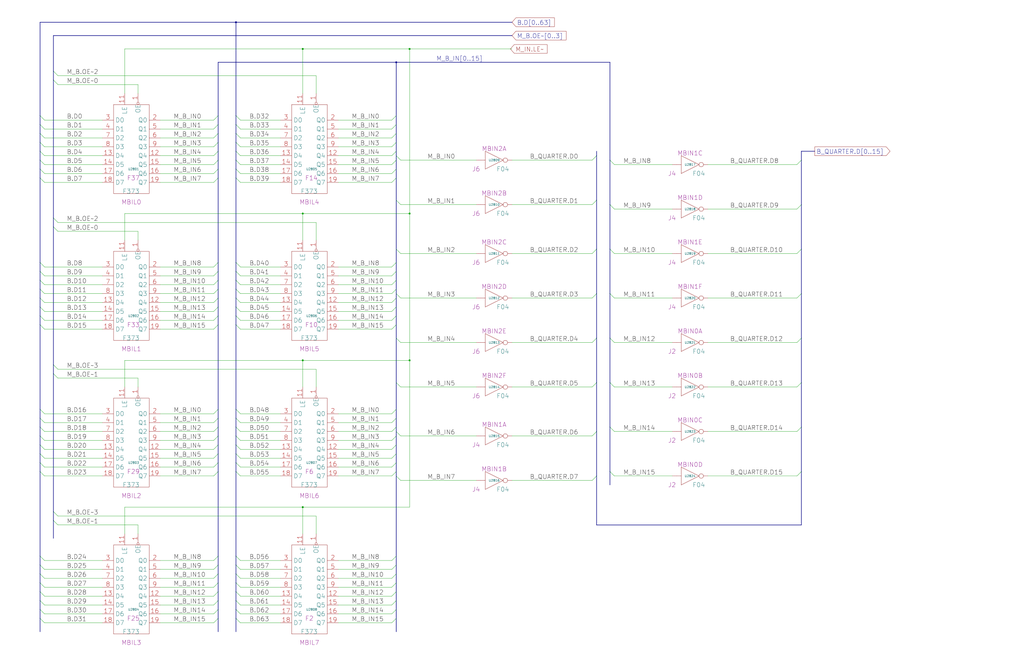
<source format=kicad_sch>
(kicad_sch (version 20230121) (generator eeschema)
  (paper "User" 584.2 378.46)
  (title_block (title "MULTIPLIER B INPUT LATCH") (date "22-MAR-90") (rev "1.0") (comment 1 "VALUE") (comment 2 "232-003063") (comment 3 "S400") (comment 4 "RELEASED"))
  (lib_symbols
    (symbol "r1000:F04" (pin_numbers hide) (pin_names hide)
      (property "Reference" "U" (at 0 0 0))
      (property "Value" "F04" (at 1.27 -5.08 0))
      (property "Location" "___" (at -12.7 -5.08 0))
      (property "Name" "______" (at 0 5.08 0))
      (symbol "F04_1_1"
        (pin input line (at -10.16 0 0) (length 2.54) (name "D0") (number "1"))
        (pin output line (at 10.16 0 180) (length 2.54) (name "Q") (number "2"))
      )
    )
    (symbol "r1000:F373" (pin_names (offset 1.016))
      (property "Reference" "U" (at 2.54 5.08 0))
      (property "Value" "F373" (at -3.81 -7.62 0))
      (property "Location" "___" (at -1.27 0 0))
      (property "Name" "______" (at 1.27 -15.24 0))
      (symbol "F373_1_1"
        (pin input line (at 5.08 48.26 270) (length 5.08) (name "OE") (number "1"))
        (pin input line (at -2.54 48.26 270) (length 6.35) (name "LE") (number "11"))
        (pin tri_state line (at 17.78 12.7 180) (length 6.35) (name "Q4") (number "12"))
        (pin input line (at -15.24 12.7 0) (length 6.35) (name "D4") (number "13"))
        (pin input line (at -15.24 7.62 0) (length 6.35) (name "D5") (number "14"))
        (pin tri_state line (at 17.78 7.62 180) (length 6.35) (name "Q5") (number "15"))
        (pin tri_state line (at 17.78 2.54 180) (length 6.35) (name "Q6") (number "16"))
        (pin input line (at -15.24 2.54 0) (length 6.35) (name "D6") (number "17"))
        (pin input line (at -15.24 -2.54 0) (length 6.35) (name "D7") (number "18"))
        (pin tri_state line (at 17.78 -2.54 180) (length 6.35) (name "Q7") (number "19"))
        (pin tri_state line (at 17.78 33.02 180) (length 6.35) (name "Q0") (number "2"))
        (pin input line (at -15.24 33.02 0) (length 6.35) (name "D0") (number "3"))
        (pin input line (at -15.24 27.94 0) (length 6.35) (name "D1") (number "4"))
        (pin tri_state line (at 17.78 27.94 180) (length 6.35) (name "Q1") (number "5"))
        (pin tri_state line (at 17.78 22.86 180) (length 6.35) (name "Q2") (number "6"))
        (pin input line (at -15.24 22.86 0) (length 6.35) (name "D2") (number "7"))
        (pin input line (at -15.24 17.78 0) (length 6.35) (name "D3") (number "8"))
        (pin tri_state line (at 17.78 17.78 180) (length 6.35) (name "Q3") (number "9"))
      )
    )
  )
  (junction (at 233.68 121.92))
  (junction (at 172.72 289.56))
  (junction (at 233.68 27.94))
  (junction (at 226.06 35.56))
  (junction (at 172.72 121.92))
  (junction (at 233.68 205.74))
  (junction (at 172.72 205.74))
  (junction (at 172.72 27.94))
  (junction (at 134.62 12.7))
  (bus_entry (at 226.06 193.04) (size 2.54 2.54))
  (bus_entry (at 22.86 101.6) (size 2.54 2.54))
  (bus_entry (at 226.06 246.38) (size 2.54 2.54))
  (bus_entry (at 124.46 353.06) (size -2.54 2.54))
  (bus_entry (at 226.06 238.76) (size -2.54 2.54))
  (bus_entry (at 134.62 322.58) (size 2.54 2.54))
  (bus_entry (at 226.06 180.34) (size -2.54 2.54))
  (bus_entry (at 124.46 149.86) (size -2.54 2.54))
  (bus_entry (at 134.62 96.52) (size 2.54 2.54))
  (bus_entry (at 134.62 233.68) (size 2.54 2.54))
  (bus_entry (at 30.48 213.36) (size 2.54 2.54))
  (bus_entry (at 226.06 81.28) (size -2.54 2.54))
  (bus_entry (at 124.46 264.16) (size -2.54 2.54))
  (bus_entry (at 124.46 180.34) (size -2.54 2.54))
  (bus_entry (at 124.46 327.66) (size -2.54 2.54))
  (bus_entry (at 124.46 91.44) (size -2.54 2.54))
  (bus_entry (at 134.62 327.66) (size 2.54 2.54))
  (bus_entry (at 30.48 208.28) (size 2.54 2.54))
  (bus_entry (at 134.62 101.6) (size 2.54 2.54))
  (bus_entry (at 340.36 167.64) (size -2.54 2.54))
  (bus_entry (at 30.48 40.64) (size 2.54 2.54))
  (bus_entry (at 226.06 149.86) (size -2.54 2.54))
  (bus_entry (at 22.86 149.86) (size 2.54 2.54))
  (bus_entry (at 226.06 248.92) (size -2.54 2.54))
  (bus_entry (at 124.46 243.84) (size -2.54 2.54))
  (bus_entry (at 226.06 76.2) (size -2.54 2.54))
  (bus_entry (at 134.62 332.74) (size 2.54 2.54))
  (bus_entry (at 22.86 96.52) (size 2.54 2.54))
  (bus_entry (at 124.46 337.82) (size -2.54 2.54))
  (bus_entry (at 134.62 185.42) (size 2.54 2.54))
  (bus_entry (at 22.86 259.08) (size 2.54 2.54))
  (bus_entry (at 226.06 71.12) (size -2.54 2.54))
  (bus_entry (at 30.48 292.1) (size 2.54 2.54))
  (bus_entry (at 134.62 353.06) (size 2.54 2.54))
  (bus_entry (at 347.98 167.64) (size 2.54 2.54))
  (bus_entry (at 226.06 175.26) (size -2.54 2.54))
  (bus_entry (at 124.46 342.9) (size -2.54 2.54))
  (bus_entry (at 124.46 165.1) (size -2.54 2.54))
  (bus_entry (at 22.86 180.34) (size 2.54 2.54))
  (bus_entry (at 124.46 269.24) (size -2.54 2.54))
  (bus_entry (at 22.86 347.98) (size 2.54 2.54))
  (bus_entry (at 457.2 193.04) (size -2.54 2.54))
  (bus_entry (at 347.98 142.24) (size 2.54 2.54))
  (bus_entry (at 134.62 248.92) (size 2.54 2.54))
  (bus_entry (at 457.2 269.24) (size -2.54 2.54))
  (bus_entry (at 22.86 154.94) (size 2.54 2.54))
  (bus_entry (at 134.62 238.76) (size 2.54 2.54))
  (bus_entry (at 457.2 116.84) (size -2.54 2.54))
  (bus_entry (at 134.62 254) (size 2.54 2.54))
  (bus_entry (at 22.86 353.06) (size 2.54 2.54))
  (bus_entry (at 347.98 218.44) (size 2.54 2.54))
  (bus_entry (at 22.86 269.24) (size 2.54 2.54))
  (bus_entry (at 226.06 269.24) (size -2.54 2.54))
  (bus_entry (at 134.62 347.98) (size 2.54 2.54))
  (bus_entry (at 226.06 91.44) (size -2.54 2.54))
  (bus_entry (at 134.62 76.2) (size 2.54 2.54))
  (bus_entry (at 134.62 170.18) (size 2.54 2.54))
  (bus_entry (at 22.86 337.82) (size 2.54 2.54))
  (bus_entry (at 124.46 96.52) (size -2.54 2.54))
  (bus_entry (at 226.06 254) (size -2.54 2.54))
  (bus_entry (at 226.06 322.58) (size -2.54 2.54))
  (bus_entry (at 22.86 317.5) (size 2.54 2.54))
  (bus_entry (at 134.62 337.82) (size 2.54 2.54))
  (bus_entry (at 22.86 170.18) (size 2.54 2.54))
  (bus_entry (at 226.06 218.44) (size 2.54 2.54))
  (bus_entry (at 226.06 259.08) (size -2.54 2.54))
  (bus_entry (at 22.86 233.68) (size 2.54 2.54))
  (bus_entry (at 226.06 96.52) (size -2.54 2.54))
  (bus_entry (at 457.2 91.44) (size -2.54 2.54))
  (bus_entry (at 340.36 114.3) (size -2.54 2.54))
  (bus_entry (at 226.06 170.18) (size -2.54 2.54))
  (bus_entry (at 226.06 317.5) (size -2.54 2.54))
  (bus_entry (at 457.2 243.84) (size -2.54 2.54))
  (bus_entry (at 22.86 165.1) (size 2.54 2.54))
  (bus_entry (at 226.06 243.84) (size -2.54 2.54))
  (bus_entry (at 22.86 327.66) (size 2.54 2.54))
  (bus_entry (at 347.98 243.84) (size 2.54 2.54))
  (bus_entry (at 124.46 170.18) (size -2.54 2.54))
  (bus_entry (at 22.86 342.9) (size 2.54 2.54))
  (bus_entry (at 134.62 71.12) (size 2.54 2.54))
  (bus_entry (at 22.86 264.16) (size 2.54 2.54))
  (bus_entry (at 226.06 88.9) (size 2.54 2.54))
  (bus_entry (at 134.62 160.02) (size 2.54 2.54))
  (bus_entry (at 22.86 86.36) (size 2.54 2.54))
  (bus_entry (at 226.06 167.64) (size 2.54 2.54))
  (bus_entry (at 124.46 317.5) (size -2.54 2.54))
  (bus_entry (at 30.48 124.46) (size 2.54 2.54))
  (bus_entry (at 226.06 142.24) (size 2.54 2.54))
  (bus_entry (at 124.46 254) (size -2.54 2.54))
  (bus_entry (at 134.62 342.9) (size 2.54 2.54))
  (bus_entry (at 124.46 347.98) (size -2.54 2.54))
  (bus_entry (at 124.46 322.58) (size -2.54 2.54))
  (bus_entry (at 226.06 342.9) (size -2.54 2.54))
  (bus_entry (at 30.48 129.54) (size 2.54 2.54))
  (bus_entry (at 134.62 81.28) (size 2.54 2.54))
  (bus_entry (at 226.06 337.82) (size -2.54 2.54))
  (bus_entry (at 134.62 86.36) (size 2.54 2.54))
  (bus_entry (at 124.46 66.04) (size -2.54 2.54))
  (bus_entry (at 226.06 160.02) (size -2.54 2.54))
  (bus_entry (at 124.46 332.74) (size -2.54 2.54))
  (bus_entry (at 22.86 332.74) (size 2.54 2.54))
  (bus_entry (at 457.2 218.44) (size -2.54 2.54))
  (bus_entry (at 124.46 248.92) (size -2.54 2.54))
  (bus_entry (at 124.46 86.36) (size -2.54 2.54))
  (bus_entry (at 30.48 297.18) (size 2.54 2.54))
  (bus_entry (at 340.36 193.04) (size -2.54 2.54))
  (bus_entry (at 124.46 175.26) (size -2.54 2.54))
  (bus_entry (at 134.62 91.44) (size 2.54 2.54))
  (bus_entry (at 22.86 238.76) (size 2.54 2.54))
  (bus_entry (at 226.06 165.1) (size -2.54 2.54))
  (bus_entry (at 22.86 254) (size 2.54 2.54))
  (bus_entry (at 22.86 248.92) (size 2.54 2.54))
  (bus_entry (at 134.62 165.1) (size 2.54 2.54))
  (bus_entry (at 22.86 91.44) (size 2.54 2.54))
  (bus_entry (at 134.62 264.16) (size 2.54 2.54))
  (bus_entry (at 124.46 101.6) (size -2.54 2.54))
  (bus_entry (at 134.62 317.5) (size 2.54 2.54))
  (bus_entry (at 124.46 185.42) (size -2.54 2.54))
  (bus_entry (at 226.06 114.3) (size 2.54 2.54))
  (bus_entry (at 226.06 154.94) (size -2.54 2.54))
  (bus_entry (at 226.06 233.68) (size -2.54 2.54))
  (bus_entry (at 226.06 353.06) (size -2.54 2.54))
  (bus_entry (at 134.62 180.34) (size 2.54 2.54))
  (bus_entry (at 124.46 81.28) (size -2.54 2.54))
  (bus_entry (at 226.06 185.42) (size -2.54 2.54))
  (bus_entry (at 457.2 142.24) (size -2.54 2.54))
  (bus_entry (at 124.46 71.12) (size -2.54 2.54))
  (bus_entry (at 124.46 160.02) (size -2.54 2.54))
  (bus_entry (at 134.62 149.86) (size 2.54 2.54))
  (bus_entry (at 134.62 175.26) (size 2.54 2.54))
  (bus_entry (at 22.86 71.12) (size 2.54 2.54))
  (bus_entry (at 134.62 66.04) (size 2.54 2.54))
  (bus_entry (at 340.36 271.78) (size -2.54 2.54))
  (bus_entry (at 226.06 271.78) (size 2.54 2.54))
  (bus_entry (at 22.86 66.04) (size 2.54 2.54))
  (bus_entry (at 124.46 76.2) (size -2.54 2.54))
  (bus_entry (at 22.86 76.2) (size 2.54 2.54))
  (bus_entry (at 226.06 347.98) (size -2.54 2.54))
  (bus_entry (at 457.2 167.64) (size -2.54 2.54))
  (bus_entry (at 22.86 322.58) (size 2.54 2.54))
  (bus_entry (at 124.46 259.08) (size -2.54 2.54))
  (bus_entry (at 134.62 269.24) (size 2.54 2.54))
  (bus_entry (at 226.06 101.6) (size -2.54 2.54))
  (bus_entry (at 226.06 327.66) (size -2.54 2.54))
  (bus_entry (at 226.06 332.74) (size -2.54 2.54))
  (bus_entry (at 22.86 243.84) (size 2.54 2.54))
  (bus_entry (at 134.62 259.08) (size 2.54 2.54))
  (bus_entry (at 347.98 91.44) (size 2.54 2.54))
  (bus_entry (at 124.46 233.68) (size -2.54 2.54))
  (bus_entry (at 22.86 81.28) (size 2.54 2.54))
  (bus_entry (at 340.36 218.44) (size -2.54 2.54))
  (bus_entry (at 347.98 116.84) (size 2.54 2.54))
  (bus_entry (at 30.48 45.72) (size 2.54 2.54))
  (bus_entry (at 124.46 238.76) (size -2.54 2.54))
  (bus_entry (at 340.36 88.9) (size -2.54 2.54))
  (bus_entry (at 226.06 86.36) (size -2.54 2.54))
  (bus_entry (at 22.86 175.26) (size 2.54 2.54))
  (bus_entry (at 22.86 160.02) (size 2.54 2.54))
  (bus_entry (at 134.62 243.84) (size 2.54 2.54))
  (bus_entry (at 22.86 185.42) (size 2.54 2.54))
  (bus_entry (at 340.36 246.38) (size -2.54 2.54))
  (bus_entry (at 347.98 269.24) (size 2.54 2.54))
  (bus_entry (at 134.62 154.94) (size 2.54 2.54))
  (bus_entry (at 226.06 66.04) (size -2.54 2.54))
  (bus_entry (at 340.36 142.24) (size -2.54 2.54))
  (bus_entry (at 347.98 193.04) (size 2.54 2.54))
  (bus_entry (at 226.06 264.16) (size -2.54 2.54))
  (bus_entry (at 124.46 154.94) (size -2.54 2.54))
  (bus (pts (xy 226.06 88.9) (xy 226.06 91.44)))
  (bus (pts (xy 124.46 269.24) (xy 124.46 317.5)))
  (bus (pts (xy 226.06 269.24) (xy 226.06 271.78)))
  (bus (pts (xy 340.36 86.36) (xy 340.36 88.9)))
  (bus (pts (xy 134.62 322.58) (xy 134.62 327.66)))
  (wire (pts (xy 25.4 68.58) (xy 58.42 68.58)))
  (bus (pts (xy 22.86 154.94) (xy 22.86 160.02)))
  (wire (pts (xy 33.02 215.9) (xy 78.74 215.9)))
  (wire (pts (xy 233.68 27.94) (xy 172.72 27.94)))
  (wire (pts (xy 91.44 99.06) (xy 121.92 99.06)))
  (bus (pts (xy 226.06 246.38) (xy 226.06 248.92)))
  (bus (pts (xy 124.46 91.44) (xy 124.46 96.52)))
  (bus (pts (xy 22.86 101.6) (xy 22.86 149.86)))
  (bus (pts (xy 340.36 88.9) (xy 340.36 114.3)))
  (bus (pts (xy 134.62 342.9) (xy 134.62 347.98)))
  (bus (pts (xy 134.62 332.74) (xy 134.62 337.82)))
  (wire (pts (xy 193.04 152.4) (xy 223.52 152.4)))
  (bus (pts (xy 124.46 154.94) (xy 124.46 160.02)))
  (bus (pts (xy 226.06 317.5) (xy 226.06 322.58)))
  (bus (pts (xy 457.2 269.24) (xy 457.2 299.72)))
  (bus (pts (xy 22.86 66.04) (xy 22.86 71.12)))
  (wire (pts (xy 25.4 355.6) (xy 58.42 355.6)))
  (bus (pts (xy 22.86 243.84) (xy 22.86 248.92)))
  (wire (pts (xy 193.04 246.38) (xy 223.52 246.38)))
  (wire (pts (xy 25.4 187.96) (xy 58.42 187.96)))
  (bus (pts (xy 226.06 347.98) (xy 226.06 353.06)))
  (wire (pts (xy 137.16 167.64) (xy 160.02 167.64)))
  (wire (pts (xy 91.44 182.88) (xy 121.92 182.88)))
  (bus (pts (xy 226.06 142.24) (xy 226.06 149.86)))
  (bus (pts (xy 134.62 269.24) (xy 134.62 317.5)))
  (wire (pts (xy 71.12 121.92) (xy 172.72 121.92)))
  (wire (pts (xy 172.72 289.56) (xy 172.72 304.8)))
  (bus (pts (xy 124.46 86.36) (xy 124.46 91.44)))
  (wire (pts (xy 350.52 271.78) (xy 383.54 271.78)))
  (wire (pts (xy 91.44 187.96) (xy 121.92 187.96)))
  (wire (pts (xy 193.04 83.82) (xy 223.52 83.82)))
  (wire (pts (xy 91.44 68.58) (xy 121.92 68.58)))
  (bus (pts (xy 226.06 91.44) (xy 226.06 96.52)))
  (bus (pts (xy 134.62 185.42) (xy 134.62 233.68)))
  (bus (pts (xy 134.62 91.44) (xy 134.62 96.52)))
  (wire (pts (xy 137.16 157.48) (xy 160.02 157.48)))
  (wire (pts (xy 193.04 88.9) (xy 223.52 88.9)))
  (bus (pts (xy 22.86 248.92) (xy 22.86 254)))
  (bus (pts (xy 226.06 167.64) (xy 226.06 170.18)))
  (bus (pts (xy 30.48 45.72) (xy 30.48 124.46)))
  (wire (pts (xy 91.44 355.6) (xy 121.92 355.6)))
  (bus (pts (xy 134.62 76.2) (xy 134.62 81.28)))
  (wire (pts (xy 193.04 99.06) (xy 223.52 99.06)))
  (wire (pts (xy 403.86 170.18) (xy 454.66 170.18)))
  (wire (pts (xy 25.4 266.7) (xy 58.42 266.7)))
  (bus (pts (xy 124.46 165.1) (xy 124.46 170.18)))
  (wire (pts (xy 292.1 170.18) (xy 337.82 170.18)))
  (bus (pts (xy 30.48 129.54) (xy 30.48 208.28)))
  (wire (pts (xy 33.02 294.64) (xy 180.34 294.64)))
  (bus (pts (xy 457.2 167.64) (xy 457.2 193.04)))
  (wire (pts (xy 193.04 350.52) (xy 223.52 350.52)))
  (bus (pts (xy 134.62 96.52) (xy 134.62 101.6)))
  (bus (pts (xy 22.86 160.02) (xy 22.86 165.1)))
  (wire (pts (xy 33.02 210.82) (xy 180.34 210.82)))
  (wire (pts (xy 193.04 104.14) (xy 223.52 104.14)))
  (wire (pts (xy 71.12 205.74) (xy 71.12 220.98)))
  (bus (pts (xy 124.46 96.52) (xy 124.46 101.6)))
  (wire (pts (xy 193.04 68.58) (xy 223.52 68.58)))
  (wire (pts (xy 25.4 99.06) (xy 58.42 99.06)))
  (bus (pts (xy 124.46 327.66) (xy 124.46 332.74)))
  (wire (pts (xy 193.04 187.96) (xy 223.52 187.96)))
  (bus (pts (xy 226.06 81.28) (xy 226.06 86.36)))
  (bus (pts (xy 22.86 353.06) (xy 22.86 360.68)))
  (bus (pts (xy 134.62 12.7) (xy 292.1 12.7)))
  (bus (pts (xy 134.62 86.36) (xy 134.62 91.44)))
  (wire (pts (xy 91.44 335.28) (xy 121.92 335.28)))
  (wire (pts (xy 228.6 144.78) (xy 271.78 144.78)))
  (wire (pts (xy 193.04 236.22) (xy 223.52 236.22)))
  (bus (pts (xy 30.48 20.32) (xy 292.1 20.32)))
  (wire (pts (xy 25.4 152.4) (xy 58.42 152.4)))
  (wire (pts (xy 172.72 205.74) (xy 172.72 220.98)))
  (wire (pts (xy 137.16 325.12) (xy 160.02 325.12)))
  (bus (pts (xy 22.86 327.66) (xy 22.86 332.74)))
  (bus (pts (xy 124.46 259.08) (xy 124.46 264.16)))
  (bus (pts (xy 22.86 81.28) (xy 22.86 86.36)))
  (bus (pts (xy 457.2 218.44) (xy 457.2 243.84)))
  (bus (pts (xy 226.06 180.34) (xy 226.06 185.42)))
  (bus (pts (xy 226.06 160.02) (xy 226.06 165.1)))
  (wire (pts (xy 193.04 320.04) (xy 223.52 320.04)))
  (bus (pts (xy 226.06 101.6) (xy 226.06 114.3)))
  (bus (pts (xy 22.86 71.12) (xy 22.86 76.2)))
  (wire (pts (xy 91.44 73.66) (xy 121.92 73.66)))
  (wire (pts (xy 33.02 48.26) (xy 78.74 48.26)))
  (wire (pts (xy 403.86 246.38) (xy 454.66 246.38)))
  (bus (pts (xy 124.46 71.12) (xy 124.46 76.2)))
  (bus (pts (xy 340.36 142.24) (xy 340.36 167.64)))
  (bus (pts (xy 347.98 35.56) (xy 347.98 91.44)))
  (wire (pts (xy 193.04 241.3) (xy 223.52 241.3)))
  (bus (pts (xy 457.2 243.84) (xy 457.2 269.24)))
  (wire (pts (xy 91.44 93.98) (xy 121.92 93.98)))
  (wire (pts (xy 350.52 220.98) (xy 383.54 220.98)))
  (bus (pts (xy 347.98 116.84) (xy 347.98 142.24)))
  (bus (pts (xy 347.98 167.64) (xy 347.98 193.04)))
  (wire (pts (xy 193.04 73.66) (xy 223.52 73.66)))
  (bus (pts (xy 134.62 154.94) (xy 134.62 160.02)))
  (wire (pts (xy 228.6 248.92) (xy 271.78 248.92)))
  (wire (pts (xy 78.74 48.26) (xy 78.74 53.34)))
  (wire (pts (xy 137.16 241.3) (xy 160.02 241.3)))
  (bus (pts (xy 226.06 96.52) (xy 226.06 101.6)))
  (wire (pts (xy 25.4 350.52) (xy 58.42 350.52)))
  (bus (pts (xy 22.86 96.52) (xy 22.86 101.6)))
  (wire (pts (xy 172.72 121.92) (xy 172.72 137.16)))
  (wire (pts (xy 137.16 104.14) (xy 160.02 104.14)))
  (bus (pts (xy 226.06 259.08) (xy 226.06 264.16)))
  (wire (pts (xy 71.12 121.92) (xy 71.12 137.16)))
  (wire (pts (xy 25.4 177.8) (xy 58.42 177.8)))
  (wire (pts (xy 33.02 132.08) (xy 78.74 132.08)))
  (bus (pts (xy 22.86 12.7) (xy 22.86 66.04)))
  (bus (pts (xy 134.62 238.76) (xy 134.62 243.84)))
  (wire (pts (xy 350.52 93.98) (xy 383.54 93.98)))
  (wire (pts (xy 91.44 167.64) (xy 121.92 167.64)))
  (bus (pts (xy 226.06 243.84) (xy 226.06 246.38)))
  (wire (pts (xy 137.16 330.2) (xy 160.02 330.2)))
  (wire (pts (xy 180.34 210.82) (xy 180.34 220.98)))
  (bus (pts (xy 124.46 76.2) (xy 124.46 81.28)))
  (bus (pts (xy 134.62 165.1) (xy 134.62 170.18)))
  (bus (pts (xy 124.46 170.18) (xy 124.46 175.26)))
  (wire (pts (xy 193.04 345.44) (xy 223.52 345.44)))
  (bus (pts (xy 134.62 175.26) (xy 134.62 180.34)))
  (wire (pts (xy 91.44 241.3) (xy 121.92 241.3)))
  (wire (pts (xy 91.44 340.36) (xy 121.92 340.36)))
  (bus (pts (xy 22.86 347.98) (xy 22.86 353.06)))
  (bus (pts (xy 134.62 264.16) (xy 134.62 269.24)))
  (wire (pts (xy 228.6 195.58) (xy 271.78 195.58)))
  (wire (pts (xy 91.44 88.9) (xy 121.92 88.9)))
  (bus (pts (xy 30.48 40.64) (xy 30.48 45.72)))
  (bus (pts (xy 22.86 269.24) (xy 22.86 317.5)))
  (bus (pts (xy 124.46 238.76) (xy 124.46 243.84)))
  (wire (pts (xy 25.4 73.66) (xy 58.42 73.66)))
  (wire (pts (xy 25.4 172.72) (xy 58.42 172.72)))
  (wire (pts (xy 193.04 325.12) (xy 223.52 325.12)))
  (bus (pts (xy 226.06 218.44) (xy 226.06 233.68)))
  (bus (pts (xy 124.46 160.02) (xy 124.46 165.1)))
  (wire (pts (xy 172.72 27.94) (xy 71.12 27.94)))
  (wire (pts (xy 292.1 195.58) (xy 337.82 195.58)))
  (bus (pts (xy 22.86 91.44) (xy 22.86 96.52)))
  (wire (pts (xy 137.16 93.98) (xy 160.02 93.98)))
  (wire (pts (xy 91.44 256.54) (xy 121.92 256.54)))
  (wire (pts (xy 228.6 170.18) (xy 271.78 170.18)))
  (wire (pts (xy 91.44 157.48) (xy 121.92 157.48)))
  (bus (pts (xy 226.06 66.04) (xy 226.06 71.12)))
  (bus (pts (xy 22.86 170.18) (xy 22.86 175.26)))
  (wire (pts (xy 25.4 271.78) (xy 58.42 271.78)))
  (bus (pts (xy 347.98 91.44) (xy 347.98 116.84)))
  (bus (pts (xy 134.62 180.34) (xy 134.62 185.42)))
  (bus (pts (xy 22.86 76.2) (xy 22.86 81.28)))
  (wire (pts (xy 25.4 340.36) (xy 58.42 340.36)))
  (bus (pts (xy 226.06 185.42) (xy 226.06 193.04)))
  (wire (pts (xy 71.12 289.56) (xy 71.12 304.8)))
  (bus (pts (xy 134.62 233.68) (xy 134.62 238.76)))
  (bus (pts (xy 226.06 327.66) (xy 226.06 332.74)))
  (bus (pts (xy 226.06 254) (xy 226.06 259.08)))
  (wire (pts (xy 71.12 205.74) (xy 172.72 205.74)))
  (bus (pts (xy 22.86 317.5) (xy 22.86 322.58)))
  (wire (pts (xy 228.6 274.32) (xy 271.78 274.32)))
  (wire (pts (xy 193.04 182.88) (xy 223.52 182.88)))
  (bus (pts (xy 124.46 66.04) (xy 124.46 71.12)))
  (bus (pts (xy 134.62 347.98) (xy 134.62 353.06)))
  (bus (pts (xy 457.2 91.44) (xy 457.2 116.84)))
  (bus (pts (xy 30.48 124.46) (xy 30.48 129.54)))
  (bus (pts (xy 226.06 149.86) (xy 226.06 154.94)))
  (wire (pts (xy 91.44 78.74) (xy 121.92 78.74)))
  (wire (pts (xy 137.16 99.06) (xy 160.02 99.06)))
  (bus (pts (xy 226.06 342.9) (xy 226.06 347.98)))
  (bus (pts (xy 30.48 297.18) (xy 30.48 307.34)))
  (bus (pts (xy 457.2 142.24) (xy 457.2 167.64)))
  (wire (pts (xy 193.04 355.6) (xy 223.52 355.6)))
  (bus (pts (xy 124.46 342.9) (xy 124.46 347.98)))
  (wire (pts (xy 172.72 27.94) (xy 172.72 53.34)))
  (wire (pts (xy 292.1 220.98) (xy 337.82 220.98)))
  (wire (pts (xy 25.4 241.3) (xy 58.42 241.3)))
  (bus (pts (xy 340.36 271.78) (xy 340.36 299.72)))
  (bus (pts (xy 134.62 71.12) (xy 134.62 76.2)))
  (wire (pts (xy 91.44 172.72) (xy 121.92 172.72)))
  (bus (pts (xy 226.06 175.26) (xy 226.06 180.34)))
  (wire (pts (xy 137.16 246.38) (xy 160.02 246.38)))
  (wire (pts (xy 193.04 330.2) (xy 223.52 330.2)))
  (bus (pts (xy 226.06 337.82) (xy 226.06 342.9)))
  (wire (pts (xy 193.04 162.56) (xy 223.52 162.56)))
  (bus (pts (xy 124.46 185.42) (xy 124.46 233.68)))
  (bus (pts (xy 457.2 86.36) (xy 457.2 91.44)))
  (bus (pts (xy 124.46 317.5) (xy 124.46 322.58)))
  (wire (pts (xy 193.04 256.54) (xy 223.52 256.54)))
  (bus (pts (xy 124.46 35.56) (xy 124.46 66.04)))
  (wire (pts (xy 193.04 93.98) (xy 223.52 93.98)))
  (wire (pts (xy 350.52 195.58) (xy 383.54 195.58)))
  (bus (pts (xy 22.86 238.76) (xy 22.86 243.84)))
  (bus (pts (xy 226.06 170.18) (xy 226.06 175.26)))
  (wire (pts (xy 25.4 335.28) (xy 58.42 335.28)))
  (bus (pts (xy 124.46 264.16) (xy 124.46 269.24)))
  (bus (pts (xy 134.62 170.18) (xy 134.62 175.26)))
  (bus (pts (xy 124.46 101.6) (xy 124.46 149.86)))
  (wire (pts (xy 91.44 350.52) (xy 121.92 350.52)))
  (bus (pts (xy 124.46 233.68) (xy 124.46 238.76)))
  (bus (pts (xy 340.36 246.38) (xy 340.36 271.78)))
  (wire (pts (xy 137.16 172.72) (xy 160.02 172.72)))
  (bus (pts (xy 22.86 259.08) (xy 22.86 264.16)))
  (bus (pts (xy 340.36 299.72) (xy 457.2 299.72)))
  (wire (pts (xy 292.1 248.92) (xy 337.82 248.92)))
  (wire (pts (xy 91.44 246.38) (xy 121.92 246.38)))
  (wire (pts (xy 193.04 261.62) (xy 223.52 261.62)))
  (wire (pts (xy 228.6 116.84) (xy 271.78 116.84)))
  (bus (pts (xy 22.86 185.42) (xy 22.86 233.68)))
  (bus (pts (xy 226.06 35.56) (xy 226.06 66.04)))
  (wire (pts (xy 180.34 294.64) (xy 180.34 304.8)))
  (wire (pts (xy 137.16 78.74) (xy 160.02 78.74)))
  (wire (pts (xy 91.44 104.14) (xy 121.92 104.14)))
  (wire (pts (xy 180.34 43.18) (xy 180.34 53.34)))
  (bus (pts (xy 134.62 149.86) (xy 134.62 154.94)))
  (wire (pts (xy 137.16 345.44) (xy 160.02 345.44)))
  (bus (pts (xy 347.98 218.44) (xy 347.98 243.84)))
  (bus (pts (xy 134.62 317.5) (xy 134.62 322.58)))
  (wire (pts (xy 137.16 335.28) (xy 160.02 335.28)))
  (wire (pts (xy 91.44 177.8) (xy 121.92 177.8)))
  (bus (pts (xy 347.98 193.04) (xy 347.98 218.44)))
  (wire (pts (xy 137.16 271.78) (xy 160.02 271.78)))
  (bus (pts (xy 30.48 213.36) (xy 30.48 292.1)))
  (wire (pts (xy 71.12 289.56) (xy 172.72 289.56)))
  (wire (pts (xy 193.04 78.74) (xy 223.52 78.74)))
  (bus (pts (xy 124.46 180.34) (xy 124.46 185.42)))
  (wire (pts (xy 25.4 157.48) (xy 58.42 157.48)))
  (bus (pts (xy 124.46 332.74) (xy 124.46 337.82)))
  (bus (pts (xy 22.86 165.1) (xy 22.86 170.18)))
  (bus (pts (xy 134.62 160.02) (xy 134.62 165.1)))
  (bus (pts (xy 226.06 35.56) (xy 347.98 35.56)))
  (wire (pts (xy 137.16 182.88) (xy 160.02 182.88)))
  (bus (pts (xy 340.36 193.04) (xy 340.36 218.44)))
  (wire (pts (xy 403.86 119.38) (xy 454.66 119.38)))
  (wire (pts (xy 33.02 43.18) (xy 180.34 43.18)))
  (bus (pts (xy 226.06 238.76) (xy 226.06 243.84)))
  (bus (pts (xy 226.06 71.12) (xy 226.06 76.2)))
  (wire (pts (xy 137.16 83.82) (xy 160.02 83.82)))
  (wire (pts (xy 292.1 144.78) (xy 337.82 144.78)))
  (bus (pts (xy 22.86 180.34) (xy 22.86 185.42)))
  (bus (pts (xy 124.46 248.92) (xy 124.46 254)))
  (wire (pts (xy 91.44 345.44) (xy 121.92 345.44)))
  (wire (pts (xy 91.44 236.22) (xy 121.92 236.22)))
  (wire (pts (xy 25.4 236.22) (xy 58.42 236.22)))
  (wire (pts (xy 25.4 104.14) (xy 58.42 104.14)))
  (bus (pts (xy 22.86 337.82) (xy 22.86 342.9)))
  (wire (pts (xy 25.4 320.04) (xy 58.42 320.04)))
  (bus (pts (xy 134.62 327.66) (xy 134.62 332.74)))
  (wire (pts (xy 193.04 271.78) (xy 223.52 271.78)))
  (wire (pts (xy 233.68 205.74) (xy 233.68 121.92)))
  (bus (pts (xy 22.86 12.7) (xy 134.62 12.7)))
  (bus (pts (xy 226.06 114.3) (xy 226.06 142.24)))
  (wire (pts (xy 25.4 261.62) (xy 58.42 261.62)))
  (bus (pts (xy 134.62 243.84) (xy 134.62 248.92)))
  (bus (pts (xy 226.06 264.16) (xy 226.06 269.24)))
  (wire (pts (xy 193.04 251.46) (xy 223.52 251.46)))
  (bus (pts (xy 347.98 142.24) (xy 347.98 167.64)))
  (wire (pts (xy 193.04 167.64) (xy 223.52 167.64)))
  (wire (pts (xy 78.74 215.9) (xy 78.74 220.98)))
  (wire (pts (xy 25.4 93.98) (xy 58.42 93.98)))
  (wire (pts (xy 91.44 330.2) (xy 121.92 330.2)))
  (bus (pts (xy 457.2 193.04) (xy 457.2 218.44)))
  (wire (pts (xy 137.16 236.22) (xy 160.02 236.22)))
  (bus (pts (xy 134.62 248.92) (xy 134.62 254)))
  (wire (pts (xy 25.4 325.12) (xy 58.42 325.12)))
  (bus (pts (xy 226.06 154.94) (xy 226.06 160.02)))
  (bus (pts (xy 226.06 86.36) (xy 226.06 88.9)))
  (wire (pts (xy 403.86 271.78) (xy 454.66 271.78)))
  (wire (pts (xy 193.04 172.72) (xy 223.52 172.72)))
  (wire (pts (xy 172.72 121.92) (xy 233.68 121.92)))
  (wire (pts (xy 403.86 144.78) (xy 454.66 144.78)))
  (wire (pts (xy 350.52 246.38) (xy 383.54 246.38)))
  (wire (pts (xy 193.04 266.7) (xy 223.52 266.7)))
  (wire (pts (xy 25.4 246.38) (xy 58.42 246.38)))
  (wire (pts (xy 25.4 78.74) (xy 58.42 78.74)))
  (bus (pts (xy 22.86 175.26) (xy 22.86 180.34)))
  (bus (pts (xy 22.86 86.36) (xy 22.86 91.44)))
  (bus (pts (xy 124.46 175.26) (xy 124.46 180.34)))
  (bus (pts (xy 226.06 165.1) (xy 226.06 167.64)))
  (wire (pts (xy 193.04 177.8) (xy 223.52 177.8)))
  (bus (pts (xy 226.06 248.92) (xy 226.06 254)))
  (wire (pts (xy 25.4 251.46) (xy 58.42 251.46)))
  (bus (pts (xy 226.06 353.06) (xy 226.06 360.68)))
  (wire (pts (xy 137.16 251.46) (xy 160.02 251.46)))
  (bus (pts (xy 340.36 218.44) (xy 340.36 246.38)))
  (wire (pts (xy 292.1 274.32) (xy 337.82 274.32)))
  (wire (pts (xy 91.44 320.04) (xy 121.92 320.04)))
  (wire (pts (xy 91.44 251.46) (xy 121.92 251.46)))
  (wire (pts (xy 137.16 88.9) (xy 160.02 88.9)))
  (wire (pts (xy 193.04 157.48) (xy 223.52 157.48)))
  (wire (pts (xy 25.4 182.88) (xy 58.42 182.88)))
  (wire (pts (xy 91.44 261.62) (xy 121.92 261.62)))
  (bus (pts (xy 30.48 20.32) (xy 30.48 40.64)))
  (bus (pts (xy 124.46 254) (xy 124.46 259.08)))
  (bus (pts (xy 22.86 342.9) (xy 22.86 347.98)))
  (wire (pts (xy 91.44 266.7) (xy 121.92 266.7)))
  (bus (pts (xy 226.06 233.68) (xy 226.06 238.76)))
  (bus (pts (xy 134.62 254) (xy 134.62 259.08)))
  (bus (pts (xy 134.62 259.08) (xy 134.62 264.16)))
  (bus (pts (xy 226.06 193.04) (xy 226.06 218.44)))
  (wire (pts (xy 403.86 195.58) (xy 454.66 195.58)))
  (bus (pts (xy 226.06 332.74) (xy 226.06 337.82)))
  (bus (pts (xy 226.06 322.58) (xy 226.06 327.66)))
  (wire (pts (xy 25.4 256.54) (xy 58.42 256.54)))
  (wire (pts (xy 233.68 289.56) (xy 233.68 205.74)))
  (bus (pts (xy 124.46 322.58) (xy 124.46 327.66)))
  (bus (pts (xy 134.62 101.6) (xy 134.62 149.86)))
  (bus (pts (xy 22.86 322.58) (xy 22.86 327.66)))
  (bus (pts (xy 340.36 167.64) (xy 340.36 193.04)))
  (wire (pts (xy 91.44 152.4) (xy 121.92 152.4)))
  (wire (pts (xy 71.12 27.94) (xy 71.12 53.34)))
  (wire (pts (xy 180.34 127) (xy 180.34 137.16)))
  (bus (pts (xy 124.46 81.28) (xy 124.46 86.36)))
  (wire (pts (xy 137.16 266.7) (xy 160.02 266.7)))
  (wire (pts (xy 137.16 320.04) (xy 160.02 320.04)))
  (wire (pts (xy 25.4 167.64) (xy 58.42 167.64)))
  (wire (pts (xy 137.16 340.36) (xy 160.02 340.36)))
  (wire (pts (xy 193.04 340.36) (xy 223.52 340.36)))
  (bus (pts (xy 457.2 116.84) (xy 457.2 142.24)))
  (wire (pts (xy 137.16 350.52) (xy 160.02 350.52)))
  (wire (pts (xy 25.4 345.44) (xy 58.42 345.44)))
  (bus (pts (xy 22.86 149.86) (xy 22.86 154.94)))
  (wire (pts (xy 403.86 220.98) (xy 454.66 220.98)))
  (wire (pts (xy 137.16 261.62) (xy 160.02 261.62)))
  (wire (pts (xy 228.6 220.98) (xy 271.78 220.98)))
  (bus (pts (xy 30.48 292.1) (xy 30.48 297.18)))
  (wire (pts (xy 350.52 170.18) (xy 383.54 170.18)))
  (bus (pts (xy 134.62 81.28) (xy 134.62 86.36)))
  (wire (pts (xy 91.44 83.82) (xy 121.92 83.82)))
  (wire (pts (xy 233.68 121.92) (xy 233.68 27.94)))
  (wire (pts (xy 292.1 116.84) (xy 337.82 116.84)))
  (wire (pts (xy 193.04 335.28) (xy 223.52 335.28)))
  (wire (pts (xy 25.4 330.2) (xy 58.42 330.2)))
  (bus (pts (xy 457.2 86.36) (xy 464.82 86.36)))
  (wire (pts (xy 33.02 299.72) (xy 78.74 299.72)))
  (wire (pts (xy 350.52 119.38) (xy 383.54 119.38)))
  (wire (pts (xy 78.74 132.08) (xy 78.74 137.16)))
  (wire (pts (xy 91.44 271.78) (xy 121.92 271.78)))
  (wire (pts (xy 172.72 289.56) (xy 233.68 289.56)))
  (wire (pts (xy 137.16 68.58) (xy 160.02 68.58)))
  (wire (pts (xy 137.16 256.54) (xy 160.02 256.54)))
  (wire (pts (xy 25.4 162.56) (xy 58.42 162.56)))
  (wire (pts (xy 350.52 144.78) (xy 383.54 144.78)))
  (bus (pts (xy 22.86 332.74) (xy 22.86 337.82)))
  (bus (pts (xy 30.48 208.28) (xy 30.48 213.36)))
  (wire (pts (xy 91.44 325.12) (xy 121.92 325.12)))
  (bus (pts (xy 134.62 66.04) (xy 134.62 71.12)))
  (bus (pts (xy 22.86 254) (xy 22.86 259.08)))
  (bus (pts (xy 124.46 337.82) (xy 124.46 342.9)))
  (wire (pts (xy 292.1 91.44) (xy 337.82 91.44)))
  (wire (pts (xy 137.16 73.66) (xy 160.02 73.66)))
  (bus (pts (xy 347.98 243.84) (xy 347.98 269.24)))
  (bus (pts (xy 124.46 353.06) (xy 124.46 360.68)))
  (wire (pts (xy 78.74 299.72) (xy 78.74 304.8)))
  (wire (pts (xy 172.72 205.74) (xy 233.68 205.74)))
  (wire (pts (xy 25.4 88.9) (xy 58.42 88.9)))
  (wire (pts (xy 403.86 93.98) (xy 454.66 93.98)))
  (bus (pts (xy 124.46 149.86) (xy 124.46 154.94)))
  (wire (pts (xy 233.68 27.94) (xy 292.1 27.94)))
  (wire (pts (xy 137.16 152.4) (xy 160.02 152.4)))
  (wire (pts (xy 91.44 162.56) (xy 121.92 162.56)))
  (bus (pts (xy 134.62 353.06) (xy 134.62 360.68)))
  (bus (pts (xy 124.46 35.56) (xy 226.06 35.56)))
  (bus (pts (xy 340.36 114.3) (xy 340.36 142.24)))
  (wire (pts (xy 137.16 162.56) (xy 160.02 162.56)))
  (wire (pts (xy 137.16 355.6) (xy 160.02 355.6)))
  (bus (pts (xy 124.46 243.84) (xy 124.46 248.92)))
  (wire (pts (xy 228.6 91.44) (xy 271.78 91.44)))
  (bus (pts (xy 134.62 337.82) (xy 134.62 342.9)))
  (bus (pts (xy 226.06 76.2) (xy 226.06 81.28)))
  (bus (pts (xy 22.86 264.16) (xy 22.86 269.24)))
  (wire (pts (xy 137.16 177.8) (xy 160.02 177.8)))
  (wire (pts (xy 25.4 83.82) (xy 58.42 83.82)))
  (bus (pts (xy 22.86 233.68) (xy 22.86 238.76)))
  (bus (pts (xy 124.46 347.98) (xy 124.46 353.06)))
  (bus (pts (xy 347.98 269.24) (xy 347.98 276.86)))
  (bus (pts (xy 134.62 12.7) (xy 134.62 66.04)))
  (bus (pts (xy 226.06 271.78) (xy 226.06 317.5)))
  (wire (pts (xy 33.02 127) (xy 180.34 127)))
  (wire (pts (xy 137.16 187.96) (xy 160.02 187.96)))
  (label "M_B.OE~0" (at 38.1 132.08 0) (effects (font (size 2.54 2.54))))
  (label "M_B_IN10" (at 99.06 162.56 0) (effects (font (size 2.54 2.54))))
  (label "M_B_IN14" (at 99.06 350.52 0) (effects (font (size 2.54 2.54))))
  (label "M_B_IN12" (at 200.66 340.36 0) (effects (font (size 2.54 2.54))))
  (label "B.D3" (at 38.1 83.82 0) (effects (font (size 2.54 2.54))))
  (label "M_B_IN5" (at 99.06 93.98 0) (effects (font (size 2.54 2.54))))
  (label "M_B_IN15" (at 99.06 355.6 0) (effects (font (size 2.54 2.54))))
  (label "B.D1" (at 38.1 73.66 0) (effects (font (size 2.54 2.54))))
  (label "B_QUARTER.D4" (at 302.26 195.58 0) (effects (font (size 2.54 2.54))))
  (label "M_B_IN7" (at 200.66 104.14 0) (effects (font (size 2.54 2.54))))
  (label "B.D9" (at 38.1 157.48 0) (effects (font (size 2.54 2.54))))
  (label "M_B_IN11" (at 200.66 335.28 0) (effects (font (size 2.54 2.54))))
  (label "B.D23" (at 38.1 271.78 0) (effects (font (size 2.54 2.54))))
  (label "B_QUARTER.D0" (at 302.26 91.44 0) (effects (font (size 2.54 2.54))))
  (label "M_B_IN10" (at 200.66 330.2 0) (effects (font (size 2.54 2.54))))
  (label "M_B_IN1" (at 200.66 241.3 0) (effects (font (size 2.54 2.54))))
  (label "B.D34" (at 142.24 78.74 0) (effects (font (size 2.54 2.54))))
  (label "M_B_IN7" (at 99.06 271.78 0) (effects (font (size 2.54 2.54))))
  (label "M_B_IN9" (at 99.06 157.48 0) (effects (font (size 2.54 2.54))))
  (label "B.D20" (at 38.1 256.54 0) (effects (font (size 2.54 2.54))))
  (label "M_B_IN9" (at 99.06 325.12 0) (effects (font (size 2.54 2.54))))
  (label "B_QUARTER.D11" (at 416.56 170.18 0) (effects (font (size 2.54 2.54))))
  (label "M_B_IN3" (at 200.66 251.46 0) (effects (font (size 2.54 2.54))))
  (label "M_B_IN13" (at 200.66 177.8 0) (effects (font (size 2.54 2.54))))
  (label "B_QUARTER.D5" (at 302.26 220.98 0) (effects (font (size 2.54 2.54))))
  (label "B_QUARTER.D2" (at 302.26 144.78 0) (effects (font (size 2.54 2.54))))
  (label "M_B_IN2" (at 200.66 246.38 0) (effects (font (size 2.54 2.54))))
  (label "M_B_IN12" (at 99.06 172.72 0) (effects (font (size 2.54 2.54))))
  (label "M_B_IN13" (at 99.06 345.44 0) (effects (font (size 2.54 2.54))))
  (label "M_B_IN9" (at 200.66 325.12 0) (effects (font (size 2.54 2.54))))
  (label "M_B_IN12" (at 200.66 172.72 0) (effects (font (size 2.54 2.54))))
  (label "B.D51" (at 142.24 251.46 0) (effects (font (size 2.54 2.54))))
  (label "M_B.OE~2" (at 38.1 127 0) (effects (font (size 2.54 2.54))))
  (label "M_B_IN4" (at 243.84 195.58 0) (effects (font (size 2.54 2.54))))
  (label "B.D63" (at 142.24 355.6 0) (effects (font (size 2.54 2.54))))
  (label "B.D0" (at 38.1 68.58 0) (effects (font (size 2.54 2.54))))
  (label "M_B_IN3" (at 200.66 83.82 0) (effects (font (size 2.54 2.54))))
  (label "M_B_IN15" (at 355.6 271.78 0) (effects (font (size 2.54 2.54))))
  (label "M_B_IN9" (at 200.66 157.48 0) (effects (font (size 2.54 2.54))))
  (label "B.D62" (at 142.24 350.52 0) (effects (font (size 2.54 2.54))))
  (label "B_QUARTER.D10" (at 416.56 144.78 0) (effects (font (size 2.54 2.54))))
  (label "B.D15" (at 38.1 187.96 0) (effects (font (size 2.54 2.54))))
  (label "M_B_IN4" (at 200.66 256.54 0) (effects (font (size 2.54 2.54))))
  (label "M_B_IN4" (at 99.06 256.54 0) (effects (font (size 2.54 2.54))))
  (label "M_B_IN1" (at 99.06 241.3 0) (effects (font (size 2.54 2.54))))
  (label "B.D27" (at 38.1 335.28 0) (effects (font (size 2.54 2.54))))
  (label "B.D10" (at 38.1 162.56 0) (effects (font (size 2.54 2.54))))
  (label "M_B_IN5" (at 200.66 261.62 0) (effects (font (size 2.54 2.54))))
  (label "M_B_IN15" (at 99.06 187.96 0) (effects (font (size 2.54 2.54))))
  (label "M_B.OE~3" (at 38.1 210.82 0) (effects (font (size 2.54 2.54))))
  (label "B.D2" (at 38.1 78.74 0) (effects (font (size 2.54 2.54))))
  (label "B.D26" (at 38.1 330.2 0) (effects (font (size 2.54 2.54))))
  (label "M_B.OE~2" (at 38.1 43.18 0) (effects (font (size 2.54 2.54))))
  (label "B.D35" (at 142.24 83.82 0) (effects (font (size 2.54 2.54))))
  (label "M_B_IN2" (at 99.06 78.74 0) (effects (font (size 2.54 2.54))))
  (label "B.D37" (at 142.24 93.98 0) (effects (font (size 2.54 2.54))))
  (label "M_B_IN8" (at 200.66 152.4 0) (effects (font (size 2.54 2.54))))
  (label "B.D58" (at 142.24 330.2 0) (effects (font (size 2.54 2.54))))
  (label "M_B_IN12" (at 99.06 340.36 0) (effects (font (size 2.54 2.54))))
  (label "M_B.OE~1" (at 38.1 299.72 0) (effects (font (size 2.54 2.54))))
  (label "M_B_IN13" (at 99.06 177.8 0) (effects (font (size 2.54 2.54))))
  (label "M_B_IN14" (at 99.06 182.88 0) (effects (font (size 2.54 2.54))))
  (label "M_B_IN9" (at 355.6 119.38 0) (effects (font (size 2.54 2.54))))
  (label "M_B_IN[0..15]" (at 248.92 35.56 0) (effects (font (size 2.54 2.54))))
  (label "B.D33" (at 142.24 73.66 0) (effects (font (size 2.54 2.54))))
  (label "B.D30" (at 38.1 350.52 0) (effects (font (size 2.54 2.54))))
  (label "M_B_IN11" (at 99.06 167.64 0) (effects (font (size 2.54 2.54))))
  (label "M_B_IN12" (at 355.6 195.58 0) (effects (font (size 2.54 2.54))))
  (label "M_B_IN11" (at 355.6 170.18 0) (effects (font (size 2.54 2.54))))
  (label "B.D46" (at 142.24 182.88 0) (effects (font (size 2.54 2.54))))
  (label "M_B_IN6" (at 99.06 99.06 0) (effects (font (size 2.54 2.54))))
  (label "B.D47" (at 142.24 187.96 0) (effects (font (size 2.54 2.54))))
  (label "M_B_IN7" (at 99.06 104.14 0) (effects (font (size 2.54 2.54))))
  (label "B.D7" (at 38.1 104.14 0) (effects (font (size 2.54 2.54))))
  (label "B.D31" (at 38.1 355.6 0) (effects (font (size 2.54 2.54))))
  (label "B.D28" (at 38.1 340.36 0) (effects (font (size 2.54 2.54))))
  (label "M_B_IN4" (at 99.06 88.9 0) (effects (font (size 2.54 2.54))))
  (label "B.D14" (at 38.1 182.88 0) (effects (font (size 2.54 2.54))))
  (label "B.D50" (at 142.24 246.38 0) (effects (font (size 2.54 2.54))))
  (label "B.D53" (at 142.24 261.62 0) (effects (font (size 2.54 2.54))))
  (label "B.D5" (at 38.1 93.98 0) (effects (font (size 2.54 2.54))))
  (label "B_QUARTER.D6" (at 302.26 248.92 0) (effects (font (size 2.54 2.54))))
  (label "B.D36" (at 142.24 88.9 0) (effects (font (size 2.54 2.54))))
  (label "B.D55" (at 142.24 271.78 0) (effects (font (size 2.54 2.54))))
  (label "B.D19" (at 38.1 251.46 0) (effects (font (size 2.54 2.54))))
  (label "M_B_IN1" (at 243.84 116.84 0) (effects (font (size 2.54 2.54))))
  (label "B.D48" (at 142.24 236.22 0) (effects (font (size 2.54 2.54))))
  (label "M_B_IN7" (at 243.84 274.32 0) (effects (font (size 2.54 2.54))))
  (label "M_B_IN2" (at 99.06 246.38 0) (effects (font (size 2.54 2.54))))
  (label "B.D49" (at 142.24 241.3 0) (effects (font (size 2.54 2.54))))
  (label "B.D13" (at 38.1 177.8 0) (effects (font (size 2.54 2.54))))
  (label "B_QUARTER.D8" (at 416.56 93.98 0) (effects (font (size 2.54 2.54))))
  (label "M_B_IN5" (at 99.06 261.62 0) (effects (font (size 2.54 2.54))))
  (label "M_B_IN13" (at 355.6 220.98 0) (effects (font (size 2.54 2.54))))
  (label "B.D17" (at 38.1 241.3 0) (effects (font (size 2.54 2.54))))
  (label "B.D44" (at 142.24 172.72 0) (effects (font (size 2.54 2.54))))
  (label "B.D57" (at 142.24 325.12 0) (effects (font (size 2.54 2.54))))
  (label "B_QUARTER.D13" (at 416.56 220.98 0) (effects (font (size 2.54 2.54))))
  (label "B.D45" (at 142.24 177.8 0) (effects (font (size 2.54 2.54))))
  (label "B.D18" (at 38.1 246.38 0) (effects (font (size 2.54 2.54))))
  (label "B.D11" (at 38.1 167.64 0) (effects (font (size 2.54 2.54))))
  (label "M_B_IN0" (at 243.84 91.44 0) (effects (font (size 2.54 2.54))))
  (label "M_B_IN0" (at 99.06 68.58 0) (effects (font (size 2.54 2.54))))
  (label "M_B_IN2" (at 243.84 144.78 0) (effects (font (size 2.54 2.54))))
  (label "B.D32" (at 142.24 68.58 0) (effects (font (size 2.54 2.54))))
  (label "B.D25" (at 38.1 325.12 0) (effects (font (size 2.54 2.54))))
  (label "M_B_IN0" (at 200.66 236.22 0) (effects (font (size 2.54 2.54))))
  (label "B.D8" (at 38.1 152.4 0) (effects (font (size 2.54 2.54))))
  (label "M_B.OE~1" (at 38.1 215.9 0) (effects (font (size 2.54 2.54))))
  (label "M_B_IN0" (at 99.06 236.22 0) (effects (font (size 2.54 2.54))))
  (label "B_QUARTER.D14" (at 416.56 246.38 0) (effects (font (size 2.54 2.54))))
  (label "B.D41" (at 142.24 157.48 0) (effects (font (size 2.54 2.54))))
  (label "B.D59" (at 142.24 335.28 0) (effects (font (size 2.54 2.54))))
  (label "M_B_IN0" (at 200.66 68.58 0) (effects (font (size 2.54 2.54))))
  (label "B_QUARTER.D12" (at 416.56 195.58 0) (effects (font (size 2.54 2.54))))
  (label "B.D56" (at 142.24 320.04 0) (effects (font (size 2.54 2.54))))
  (label "M_B_IN14" (at 355.6 246.38 0) (effects (font (size 2.54 2.54))))
  (label "M_B_IN6" (at 243.84 248.92 0) (effects (font (size 2.54 2.54))))
  (label "M_B_IN10" (at 200.66 162.56 0) (effects (font (size 2.54 2.54))))
  (label "B.D29" (at 38.1 345.44 0) (effects (font (size 2.54 2.54))))
  (label "M_B_IN1" (at 200.66 73.66 0) (effects (font (size 2.54 2.54))))
  (label "M_B.OE~3" (at 38.1 294.64 0) (effects (font (size 2.54 2.54))))
  (label "B_QUARTER.D3" (at 302.26 170.18 0) (effects (font (size 2.54 2.54))))
  (label "M_B_IN5" (at 243.84 220.98 0) (effects (font (size 2.54 2.54))))
  (label "M_B_IN2" (at 200.66 78.74 0) (effects (font (size 2.54 2.54))))
  (label "B_QUARTER.D15" (at 416.56 271.78 0) (effects (font (size 2.54 2.54))))
  (label "M_B_IN13" (at 200.66 345.44 0) (effects (font (size 2.54 2.54))))
  (label "M_B_IN8" (at 355.6 93.98 0) (effects (font (size 2.54 2.54))))
  (label "M_B_IN4" (at 200.66 88.9 0) (effects (font (size 2.54 2.54))))
  (label "B.D61" (at 142.24 345.44 0) (effects (font (size 2.54 2.54))))
  (label "M_B_IN8" (at 99.06 152.4 0) (effects (font (size 2.54 2.54))))
  (label "B.D6" (at 38.1 99.06 0) (effects (font (size 2.54 2.54))))
  (label "B.D22" (at 38.1 266.7 0) (effects (font (size 2.54 2.54))))
  (label "B_QUARTER.D9" (at 416.56 119.38 0) (effects (font (size 2.54 2.54))))
  (label "M_B_IN1" (at 99.06 73.66 0) (effects (font (size 2.54 2.54))))
  (label "B.D42" (at 142.24 162.56 0) (effects (font (size 2.54 2.54))))
  (label "B.D54" (at 142.24 266.7 0) (effects (font (size 2.54 2.54))))
  (label "B_QUARTER.D1" (at 302.26 116.84 0) (effects (font (size 2.54 2.54))))
  (label "M_B_IN6" (at 200.66 266.7 0) (effects (font (size 2.54 2.54))))
  (label "B.D39" (at 142.24 104.14 0) (effects (font (size 2.54 2.54))))
  (label "M_B_IN3" (at 99.06 83.82 0) (effects (font (size 2.54 2.54))))
  (label "B.D38" (at 142.24 99.06 0) (effects (font (size 2.54 2.54))))
  (label "B.D4" (at 38.1 88.9 0) (effects (font (size 2.54 2.54))))
  (label "B.D21" (at 38.1 261.62 0) (effects (font (size 2.54 2.54))))
  (label "M_B_IN10" (at 99.06 330.2 0) (effects (font (size 2.54 2.54))))
  (label "M_B_IN8" (at 200.66 320.04 0) (effects (font (size 2.54 2.54))))
  (label "B.D40" (at 142.24 152.4 0) (effects (font (size 2.54 2.54))))
  (label "B.D16" (at 38.1 236.22 0) (effects (font (size 2.54 2.54))))
  (label "B_QUARTER.D7" (at 302.26 274.32 0) (effects (font (size 2.54 2.54))))
  (label "M_B_IN10" (at 355.6 144.78 0) (effects (font (size 2.54 2.54))))
  (label "M_B_IN3" (at 99.06 251.46 0) (effects (font (size 2.54 2.54))))
  (label "M_B_IN3" (at 243.84 170.18 0) (effects (font (size 2.54 2.54))))
  (label "M_B_IN5" (at 200.66 93.98 0) (effects (font (size 2.54 2.54))))
  (label "M_B_IN11" (at 99.06 335.28 0) (effects (font (size 2.54 2.54))))
  (label "M_B_IN14" (at 200.66 182.88 0) (effects (font (size 2.54 2.54))))
  (label "M_B.OE~0" (at 38.1 48.26 0) (effects (font (size 2.54 2.54))))
  (label "M_B_IN6" (at 99.06 266.7 0) (effects (font (size 2.54 2.54))))
  (label "M_B_IN7" (at 200.66 271.78 0) (effects (font (size 2.54 2.54))))
  (label "B.D52" (at 142.24 256.54 0) (effects (font (size 2.54 2.54))))
  (label "M_B_IN15" (at 200.66 187.96 0) (effects (font (size 2.54 2.54))))
  (label "M_B_IN14" (at 200.66 350.52 0) (effects (font (size 2.54 2.54))))
  (label "B.D12" (at 38.1 172.72 0) (effects (font (size 2.54 2.54))))
  (label "B.D60" (at 142.24 340.36 0) (effects (font (size 2.54 2.54))))
  (label "B.D43" (at 142.24 167.64 0) (effects (font (size 2.54 2.54))))
  (label "M_B_IN11" (at 200.66 167.64 0) (effects (font (size 2.54 2.54))))
  (label "M_B_IN8" (at 99.06 320.04 0) (effects (font (size 2.54 2.54))))
  (label "M_B_IN15" (at 200.66 355.6 0) (effects (font (size 2.54 2.54))))
  (label "B.D24" (at 38.1 320.04 0) (effects (font (size 2.54 2.54))))
  (label "M_B_IN6" (at 200.66 99.06 0) (effects (font (size 2.54 2.54))))
  (global_label "B_QUARTER.D[0..15]" (shape output) (at 464.82 86.36 0) (effects (font (size 2.54 2.54))) (property "Intersheetrefs" "${INTERSHEET_REFS}" (at 507.3831 86.2013 0) (effects (font (size 1.905 1.905)) (justify left))))
  (global_label "M_IN.LE~" (shape input) (at 291.1724 27.94 0) (effects (font (size 2.54 2.54))) (property "Intersheetrefs" "${INTERSHEET_REFS}" (at 312.0851 27.7813 0) (effects (font (size 1.905 1.905)) (justify left))))
  (global_label "M_B.OE~[0..3]" (shape input) (at 292.1 20.32 0) (effects (font (size 2.54 2.54))) (property "Intersheetrefs" "${INTERSHEET_REFS}" (at 322.5679 20.1613 0) (effects (font (size 1.905 1.905)) (justify left))))
  (global_label "B.D[0..63]" (shape input) (at 292.1 12.7 0) (effects (font (size 2.54 2.54))) (property "Intersheetrefs" "${INTERSHEET_REFS}" (at 315.9155 12.5413 0) (effects (font (size 1.905 1.905)) (justify left))))
  (symbol (lib_id "r1000:F373") (at 73.66 269.24 0) (unit 1)
    (property "Reference" "U2803" (at 76.2 264.16 0))
    (property "Value" "F373" (at 69.85 276.86 0) (effects (font (size 2.54 2.54)) (justify left)))
    (property "Location" "F29" (at 72.39 269.24 0) (effects (font (size 2.54 2.54)) (justify left)))
    (property "Name" "MBIL2" (at 74.93 284.48 0) (effects (font (size 2.54 2.54)) (justify bottom)))
  )
  (symbol (lib_id "r1000:F373") (at 175.26 353.06 0) (unit 1)
    (property "Reference" "U2808" (at 177.8 347.98 0))
    (property "Value" "F373" (at 171.45 360.68 0) (effects (font (size 2.54 2.54)) (justify left)))
    (property "Location" "F2" (at 173.99 353.06 0) (effects (font (size 2.54 2.54)) (justify left)))
    (property "Name" "MBIL7" (at 176.53 368.3 0) (effects (font (size 2.54 2.54)) (justify bottom)))
  )
  (symbol (lib_id "r1000:F04") (at 281.94 220.98 0) (unit 1)
    (property "Reference" "U2814" (at 281.94 220.98 0))
    (property "Value" "F04" (at 283.21 226.06 0) (effects (font (size 2.54 2.54)) (justify left)))
    (property "Location" "J6" (at 269.24 226.06 0) (effects (font (size 2.54 2.54)) (justify left)))
    (property "Name" "MBIN2F" (at 281.94 215.9 0) (effects (font (size 2.54 2.54)) (justify bottom)))
  )
  (symbol (lib_id "r1000:F04") (at 393.7 170.18 0) (unit 1)
    (property "Reference" "U2820" (at 393.7 170.18 0))
    (property "Value" "F04" (at 394.97 175.26 0) (effects (font (size 2.54 2.54)) (justify left)))
    (property "Location" "J4" (at 381 175.26 0) (effects (font (size 2.54 2.54)) (justify left)))
    (property "Name" "MBIN1F" (at 393.7 165.1 0) (effects (font (size 2.54 2.54)) (justify bottom)))
  )
  (symbol (lib_id "r1000:F04") (at 393.7 220.98 0) (unit 1)
    (property "Reference" "U2822" (at 393.7 220.98 0))
    (property "Value" "F04" (at 394.97 226.06 0) (effects (font (size 2.54 2.54)) (justify left)))
    (property "Location" "J2" (at 381 226.06 0) (effects (font (size 2.54 2.54)) (justify left)))
    (property "Name" "MBIN0B" (at 393.7 215.9 0) (effects (font (size 2.54 2.54)) (justify bottom)))
  )
  (symbol (lib_id "r1000:F04") (at 281.94 170.18 0) (unit 1)
    (property "Reference" "U2812" (at 281.94 170.18 0))
    (property "Value" "F04" (at 283.21 175.26 0) (effects (font (size 2.54 2.54)) (justify left)))
    (property "Location" "J6" (at 269.24 175.26 0) (effects (font (size 2.54 2.54)) (justify left)))
    (property "Name" "MBIN2D" (at 281.94 165.1 0) (effects (font (size 2.54 2.54)) (justify bottom)))
  )
  (symbol (lib_id "r1000:F04") (at 393.7 246.38 0) (unit 1)
    (property "Reference" "U2823" (at 393.7 246.38 0))
    (property "Value" "F04" (at 394.97 251.46 0) (effects (font (size 2.54 2.54)) (justify left)))
    (property "Location" "J2" (at 381 251.46 0) (effects (font (size 2.54 2.54)) (justify left)))
    (property "Name" "MBIN0C" (at 393.7 241.3 0) (effects (font (size 2.54 2.54)) (justify bottom)))
  )
  (symbol (lib_id "r1000:F373") (at 73.66 185.42 0) (unit 1)
    (property "Reference" "U2802" (at 76.2 180.34 0))
    (property "Value" "F373" (at 69.85 193.04 0) (effects (font (size 2.54 2.54)) (justify left)))
    (property "Location" "F33" (at 72.39 185.42 0) (effects (font (size 2.54 2.54)) (justify left)))
    (property "Name" "MBIL1" (at 74.93 200.66 0) (effects (font (size 2.54 2.54)) (justify bottom)))
  )
  (symbol (lib_id "r1000:F04") (at 281.94 116.84 0) (unit 1)
    (property "Reference" "U2810" (at 281.94 116.84 0))
    (property "Value" "F04" (at 283.21 121.92 0) (effects (font (size 2.54 2.54)) (justify left)))
    (property "Location" "J6" (at 269.24 121.92 0) (effects (font (size 2.54 2.54)) (justify left)))
    (property "Name" "MBIN2B" (at 281.94 111.76 0) (effects (font (size 2.54 2.54)) (justify bottom)))
  )
  (symbol (lib_id "r1000:F04") (at 393.7 119.38 0) (unit 1)
    (property "Reference" "U2818" (at 393.7 119.38 0))
    (property "Value" "F04" (at 394.97 124.46 0) (effects (font (size 2.54 2.54)) (justify left)))
    (property "Location" "J4" (at 381 124.46 0) (effects (font (size 2.54 2.54)) (justify left)))
    (property "Name" "MBIN1D" (at 393.7 114.3 0) (effects (font (size 2.54 2.54)) (justify bottom)))
  )
  (symbol (lib_id "r1000:F04") (at 393.7 144.78 0) (unit 1)
    (property "Reference" "U2819" (at 393.7 144.78 0))
    (property "Value" "F04" (at 394.97 149.86 0) (effects (font (size 2.54 2.54)) (justify left)))
    (property "Location" "J4" (at 381 149.86 0) (effects (font (size 2.54 2.54)) (justify left)))
    (property "Name" "MBIN1E" (at 393.7 139.7 0) (effects (font (size 2.54 2.54)) (justify bottom)))
  )
  (symbol (lib_id "r1000:F04") (at 281.94 274.32 0) (unit 1)
    (property "Reference" "U2816" (at 281.94 274.32 0))
    (property "Value" "F04" (at 283.21 279.4 0) (effects (font (size 2.54 2.54)) (justify left)))
    (property "Location" "J4" (at 269.24 279.4 0) (effects (font (size 2.54 2.54)) (justify left)))
    (property "Name" "MBIN1B" (at 281.94 269.24 0) (effects (font (size 2.54 2.54)) (justify bottom)))
  )
  (symbol (lib_id "r1000:F373") (at 175.26 269.24 0) (unit 1)
    (property "Reference" "U2807" (at 177.8 264.16 0))
    (property "Value" "F373" (at 171.45 276.86 0) (effects (font (size 2.54 2.54)) (justify left)))
    (property "Location" "F6" (at 173.99 269.24 0) (effects (font (size 2.54 2.54)) (justify left)))
    (property "Name" "MBIL6" (at 176.53 284.48 0) (effects (font (size 2.54 2.54)) (justify bottom)))
  )
  (symbol (lib_id "r1000:F04") (at 281.94 144.78 0) (unit 1)
    (property "Reference" "U2811" (at 281.94 144.78 0))
    (property "Value" "F04" (at 283.21 149.86 0) (effects (font (size 2.54 2.54)) (justify left)))
    (property "Location" "J6" (at 269.24 149.86 0) (effects (font (size 2.54 2.54)) (justify left)))
    (property "Name" "MBIN2C" (at 281.94 139.7 0) (effects (font (size 2.54 2.54)) (justify bottom)))
  )
  (symbol (lib_id "r1000:F04") (at 281.94 248.92 0) (unit 1)
    (property "Reference" "U2815" (at 281.94 248.92 0))
    (property "Value" "F04" (at 283.21 254 0) (effects (font (size 2.54 2.54)) (justify left)))
    (property "Location" "J4" (at 269.24 254 0) (effects (font (size 2.54 2.54)) (justify left)))
    (property "Name" "MBIN1A" (at 281.94 243.84 0) (effects (font (size 2.54 2.54)) (justify bottom)))
  )
  (symbol (lib_id "r1000:F373") (at 175.26 185.42 0) (unit 1)
    (property "Reference" "U2806" (at 177.8 180.34 0))
    (property "Value" "F373" (at 171.45 193.04 0) (effects (font (size 2.54 2.54)) (justify left)))
    (property "Location" "F10" (at 173.99 185.42 0) (effects (font (size 2.54 2.54)) (justify left)))
    (property "Name" "MBIL5" (at 176.53 200.66 0) (effects (font (size 2.54 2.54)) (justify bottom)))
  )
  (symbol (lib_id "r1000:F373") (at 73.66 353.06 0) (unit 1)
    (property "Reference" "U2804" (at 76.2 347.98 0))
    (property "Value" "F373" (at 69.85 360.68 0) (effects (font (size 2.54 2.54)) (justify left)))
    (property "Location" "F25" (at 72.39 353.06 0) (effects (font (size 2.54 2.54)) (justify left)))
    (property "Name" "MBIL3" (at 74.93 368.3 0) (effects (font (size 2.54 2.54)) (justify bottom)))
  )
  (symbol (lib_id "r1000:F04") (at 393.7 271.78 0) (unit 1)
    (property "Reference" "U2824" (at 393.7 271.78 0))
    (property "Value" "F04" (at 394.97 276.86 0) (effects (font (size 2.54 2.54)) (justify left)))
    (property "Location" "J2" (at 381 276.86 0) (effects (font (size 2.54 2.54)) (justify left)))
    (property "Name" "MBIN0D" (at 393.7 266.7 0) (effects (font (size 2.54 2.54)) (justify bottom)))
  )
  (symbol (lib_id "r1000:F04") (at 281.94 91.44 0) (unit 1)
    (property "Reference" "U2809" (at 281.94 91.44 0))
    (property "Value" "F04" (at 283.21 96.52 0) (effects (font (size 2.54 2.54)) (justify left)))
    (property "Location" "J6" (at 269.24 96.52 0) (effects (font (size 2.54 2.54)) (justify left)))
    (property "Name" "MBIN2A" (at 281.94 86.36 0) (effects (font (size 2.54 2.54)) (justify bottom)))
  )
  (symbol (lib_id "r1000:F04") (at 393.7 93.98 0) (unit 1)
    (property "Reference" "U2817" (at 393.7 93.98 0))
    (property "Value" "F04" (at 394.97 99.06 0) (effects (font (size 2.54 2.54)) (justify left)))
    (property "Location" "J4" (at 381 99.06 0) (effects (font (size 2.54 2.54)) (justify left)))
    (property "Name" "MBIN1C" (at 393.7 88.9 0) (effects (font (size 2.54 2.54)) (justify bottom)))
  )
  (symbol (lib_id "r1000:F373") (at 175.26 101.6 0) (unit 1)
    (property "Reference" "U2805" (at 177.8 96.52 0))
    (property "Value" "F373" (at 171.45 109.22 0) (effects (font (size 2.54 2.54)) (justify left)))
    (property "Location" "F14" (at 173.99 101.6 0) (effects (font (size 2.54 2.54)) (justify left)))
    (property "Name" "MBIL4" (at 176.53 116.84 0) (effects (font (size 2.54 2.54)) (justify bottom)))
  )
  (symbol (lib_id "r1000:F373") (at 73.66 101.6 0) (unit 1)
    (property "Reference" "U2801" (at 76.2 96.52 0))
    (property "Value" "F373" (at 69.85 109.22 0) (effects (font (size 2.54 2.54)) (justify left)))
    (property "Location" "F37" (at 72.39 101.6 0) (effects (font (size 2.54 2.54)) (justify left)))
    (property "Name" "MBIL0" (at 74.93 116.84 0) (effects (font (size 2.54 2.54)) (justify bottom)))
  )
  (symbol (lib_id "r1000:F04") (at 281.94 195.58 0) (unit 1)
    (property "Reference" "U2813" (at 281.94 195.58 0))
    (property "Value" "F04" (at 283.21 200.66 0) (effects (font (size 2.54 2.54)) (justify left)))
    (property "Location" "J6" (at 269.24 200.66 0) (effects (font (size 2.54 2.54)) (justify left)))
    (property "Name" "MBIN2E" (at 281.94 190.5 0) (effects (font (size 2.54 2.54)) (justify bottom)))
  )
  (symbol (lib_id "r1000:F04") (at 393.7 195.58 0) (unit 1)
    (property "Reference" "U2821" (at 393.7 195.58 0))
    (property "Value" "F04" (at 394.97 200.66 0) (effects (font (size 2.54 2.54)) (justify left)))
    (property "Location" "J2" (at 381 200.66 0) (effects (font (size 2.54 2.54)) (justify left)))
    (property "Name" "MBIN0A" (at 393.7 190.5 0) (effects (font (size 2.54 2.54)) (justify bottom)))
  )
)
</source>
